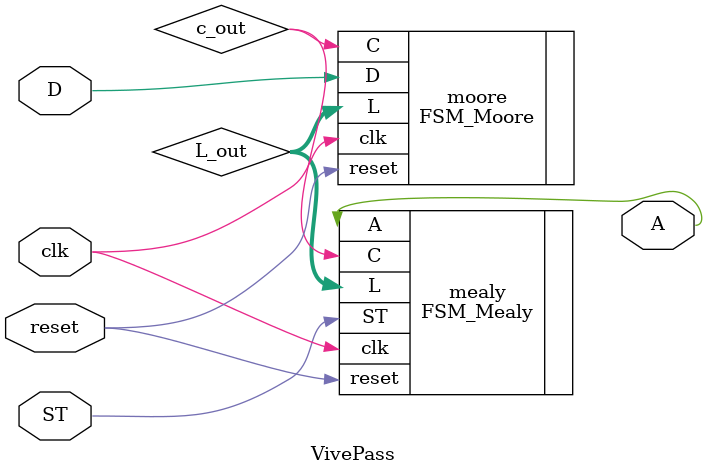
<source format=sv>
`timescale 100ns / 1ps

module VivePass(
    input  logic clk,
    input  logic reset,
    input  logic D, ST, 
    output logic A
);

logic [1:0] L_out;
logic c_out;

// Instancia Moore
FSM_Moore moore (
    .clk(clk), 
    .reset(reset), 
    .D(D), 
    .C(c_out),     
    .L(L_out)
);

// Instancia Mealy
FSM_Mealy mealy (
    .clk(clk), 
    .reset(reset), 
    .ST(ST), 
    .L(L_out), 
    .A(A), 
    .C(c_out)      
);

endmodule

</source>
